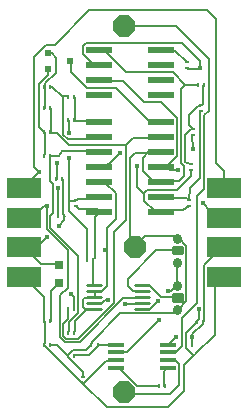
<source format=gbr>
G04 EAGLE Gerber RS-274X export*
G75*
%MOMM*%
%FSLAX34Y34*%
%LPD*%
%INTop Copper*%
%IPPOS*%
%AMOC8*
5,1,8,0,0,1.08239X$1,22.5*%
G01*
%ADD10C,0.250000*%
%ADD11R,0.250000X0.350000*%
%ADD12R,0.350000X0.250000*%
%ADD13R,0.550000X0.600000*%
%ADD14R,2.200000X0.600000*%
%ADD15C,0.800000*%
%ADD16C,0.400000*%
%ADD17R,0.800000X0.800000*%
%ADD18R,1.422400X0.431800*%
%ADD19R,0.280000X0.430000*%
%ADD20R,0.430000X0.280000*%
%ADD21R,2.209800X0.609600*%
%ADD22R,3.000000X1.800000*%
%ADD23P,1.948302X8X202.500000*%
%ADD24P,1.948302X8X22.500000*%
%ADD25C,0.127000*%
%ADD26C,0.452400*%


D10*
X126250Y90000D02*
X114250Y90000D01*
X114250Y95000D02*
X126250Y95000D01*
X126250Y100000D02*
X114250Y100000D01*
X114250Y105000D02*
X126250Y105000D01*
X126250Y110000D02*
X114250Y110000D01*
X85750Y90000D02*
X73750Y90000D01*
X73750Y95000D02*
X85750Y95000D01*
X85750Y100000D02*
X73750Y100000D01*
X73750Y105000D02*
X85750Y105000D01*
X85750Y110000D02*
X73750Y110000D01*
D11*
X157500Y60000D03*
X162500Y60000D03*
X57500Y50000D03*
X62500Y50000D03*
D12*
X170000Y257500D03*
X170000Y262500D03*
X162000Y207500D03*
X162000Y212500D03*
X64000Y182500D03*
X64000Y177500D03*
D11*
X166500Y79000D03*
X171500Y79000D03*
D12*
X158000Y299500D03*
X158000Y294500D03*
X70000Y32500D03*
X70000Y27500D03*
D11*
X42500Y60000D03*
X37500Y60000D03*
D13*
X40750Y306500D03*
X40750Y293500D03*
X59250Y300000D03*
D14*
X136000Y184600D03*
X84000Y184600D03*
X136000Y171900D03*
X136000Y197300D03*
X136000Y210000D03*
X84000Y171900D03*
X84000Y197300D03*
X84000Y210000D03*
X136000Y235400D03*
X84000Y235400D03*
X136000Y222700D03*
X136000Y248100D03*
X84000Y222700D03*
X84000Y248100D03*
D15*
X150000Y150605D02*
X150000Y149715D01*
D16*
X153000Y138000D02*
X147000Y138000D01*
X147000Y142000D01*
X153000Y142000D01*
X153000Y138000D01*
X153000Y141800D02*
X147000Y141800D01*
D15*
X150000Y130285D02*
X150000Y129395D01*
X150000Y90285D02*
X150000Y89395D01*
D16*
X147000Y102000D02*
X153000Y102000D01*
X153000Y98000D01*
X147000Y98000D01*
X147000Y102000D01*
X147000Y101800D02*
X153000Y101800D01*
D15*
X150000Y109715D02*
X150000Y110605D01*
D17*
X50000Y127500D03*
X50000Y112500D03*
D18*
X141844Y40348D03*
X141844Y46698D03*
X141844Y53302D03*
X141844Y59652D03*
X98156Y59652D03*
X98156Y53302D03*
X98156Y46698D03*
X98156Y40348D03*
D19*
X139550Y25000D03*
X134450Y25000D03*
X57450Y270000D03*
X62550Y270000D03*
X62550Y250000D03*
X57450Y250000D03*
X62550Y70000D03*
X57450Y70000D03*
D20*
X163000Y237450D03*
X163000Y242550D03*
D19*
X42550Y220000D03*
X37450Y220000D03*
X37450Y80000D03*
X42550Y80000D03*
X52550Y200000D03*
X47450Y200000D03*
X54550Y169000D03*
X49450Y169000D03*
X77450Y60000D03*
X82550Y60000D03*
D20*
X160000Y182550D03*
X160000Y177450D03*
D19*
X73450Y132000D03*
X78550Y132000D03*
X172550Y280000D03*
X167450Y280000D03*
X62550Y90000D03*
X57450Y90000D03*
X42550Y260000D03*
X37450Y260000D03*
X42550Y240000D03*
X37450Y240000D03*
X37450Y278000D03*
X42550Y278000D03*
D21*
X83838Y309050D03*
X136162Y309050D03*
X83838Y296350D03*
X83838Y283650D03*
X136162Y296350D03*
X136162Y283650D03*
X83838Y270950D03*
X136162Y270950D03*
D22*
X190000Y142700D03*
X190000Y117300D03*
X190000Y192700D03*
X190000Y167300D03*
X20000Y142700D03*
X20000Y117300D03*
X20000Y192700D03*
X20000Y167300D03*
D23*
X105000Y20000D03*
D24*
X105000Y330000D03*
X114000Y143000D03*
D25*
X153670Y314960D02*
X72390Y314960D01*
X153670Y314960D02*
X153830Y314960D01*
X72390Y314960D02*
X69850Y312420D01*
X69850Y306070D01*
X78740Y297180D01*
X83820Y297180D01*
X83838Y296350D01*
X49530Y128270D02*
X34290Y128270D01*
X25400Y137160D02*
X20320Y142240D01*
X25400Y137160D02*
X34290Y128270D01*
X49530Y128270D02*
X50000Y127500D01*
X20320Y142240D02*
X20000Y142700D01*
X162560Y68580D02*
X162560Y66040D01*
X162560Y60960D01*
X162560Y68580D02*
X171720Y77740D01*
X162560Y60960D02*
X162500Y60000D01*
X171720Y77740D02*
X171500Y79000D01*
X172720Y80010D02*
X172720Y127000D01*
X189230Y143510D01*
X172720Y80010D02*
X172500Y80000D01*
X171500Y79000D01*
X190000Y142700D02*
X189230Y143510D01*
X148590Y66040D02*
X142240Y59690D01*
X141844Y59652D01*
X93419Y213829D02*
X101410Y221820D01*
X93419Y213829D02*
X88329Y210000D01*
X84000Y210000D01*
X39370Y151130D02*
X25400Y137160D01*
X20000Y142700D01*
X168910Y293370D02*
X168910Y293750D01*
D26*
X148590Y66040D03*
X162560Y66040D03*
X101410Y221820D03*
X39370Y151130D03*
X168910Y293750D03*
D25*
X168910Y293370D02*
X158750Y293370D01*
X158000Y294500D01*
X168910Y293750D02*
X168910Y299720D01*
X153670Y314960D01*
X140970Y210820D02*
X137160Y210820D01*
X140970Y210820D02*
X149860Y219710D01*
X149860Y251460D01*
X135890Y265430D01*
X122030Y265430D01*
X104250Y283210D01*
X85090Y283210D01*
X137160Y210820D02*
X136000Y210000D01*
X85090Y283210D02*
X83838Y283650D01*
X149860Y129540D02*
X149860Y110490D01*
X149860Y129540D02*
X150000Y129840D01*
X127000Y90170D02*
X120650Y90170D01*
X127000Y90170D02*
X133350Y96520D01*
X142240Y105410D02*
X144780Y105410D01*
X149860Y110490D01*
X120650Y90170D02*
X120250Y90000D01*
X150000Y110160D02*
X149860Y110490D01*
X54708Y168750D02*
X54550Y169000D01*
X140970Y210820D02*
X143590Y208200D01*
X150860Y208200D01*
X140970Y210820D02*
X136000Y210000D01*
X157480Y69850D02*
X157480Y60960D01*
X157480Y69850D02*
X166290Y78660D01*
X157480Y60960D02*
X157500Y60000D01*
X165370Y77740D02*
X166500Y79000D01*
X157480Y59690D02*
X157480Y57420D01*
X162695Y52205D01*
X163020Y51880D01*
X165195Y51975D02*
X181690Y68470D01*
X165195Y51975D02*
X165100Y51880D01*
X181690Y68470D02*
X181690Y109300D01*
X189230Y116840D01*
X157500Y60000D02*
X157480Y59690D01*
X189230Y116840D02*
X190000Y117300D01*
X71660Y27940D02*
X71120Y27940D01*
X71660Y27940D02*
X89440Y45720D01*
X71660Y27940D02*
X70470Y26750D01*
X89440Y45720D02*
X97790Y45720D01*
X71120Y27940D02*
X70000Y27500D01*
X97790Y45720D02*
X98156Y46698D01*
X38100Y60960D02*
X38100Y78740D01*
X38100Y60960D02*
X37500Y60000D01*
X38100Y78740D02*
X37450Y80000D01*
X36830Y80010D02*
X36830Y100330D01*
X20320Y116840D01*
X36830Y80010D02*
X37450Y80000D01*
X20320Y116840D02*
X20000Y117300D01*
X68580Y27940D02*
X69850Y27940D01*
X68580Y27940D02*
X36830Y59690D01*
X69850Y27940D02*
X70000Y27500D01*
X37500Y60000D02*
X36830Y59690D01*
X155670Y42590D02*
X163855Y50775D01*
X164020Y50940D01*
X155670Y42590D02*
X155670Y20320D01*
X142240Y6890D01*
X90330Y6890D01*
X70470Y26750D01*
X166290Y78660D02*
X166290Y80010D01*
D26*
X133350Y96520D03*
X142240Y105410D03*
X50230Y160750D03*
X150860Y208200D03*
X168290Y89740D03*
D25*
X168290Y81930D01*
X166370Y80010D01*
X54550Y165070D02*
X54550Y169000D01*
X54550Y165070D02*
X50230Y160750D01*
X53340Y170842D02*
X53340Y199390D01*
X53340Y170842D02*
X54550Y169000D01*
X53340Y199390D02*
X52550Y200000D01*
X162560Y52070D02*
X163830Y50800D01*
X162560Y52070D02*
X162695Y52205D01*
X163830Y50800D02*
X165100Y52070D01*
X165195Y51975D01*
X163855Y50775D02*
X163830Y50800D01*
X166500Y79000D02*
X166500Y80009D01*
X166370Y80010D01*
X166290Y80010D01*
X43180Y240030D02*
X43180Y259080D01*
X43180Y240030D02*
X42550Y240000D01*
X43180Y259080D02*
X42550Y260000D01*
X57150Y88900D02*
X57150Y81280D01*
X53340Y77470D01*
X53340Y67310D01*
X55880Y64770D01*
X66040Y64770D01*
X96520Y95250D01*
X96520Y155290D01*
X106490Y165260D01*
X106490Y228600D02*
X106490Y228630D01*
X106490Y228600D02*
X106490Y165260D01*
X106490Y228630D02*
X112810Y234950D01*
X135890Y234950D01*
X57450Y90000D02*
X57150Y88900D01*
X135890Y234950D02*
X136000Y235400D01*
X48260Y238760D02*
X43180Y238760D01*
X48260Y238760D02*
X58420Y228600D01*
X106490Y228600D01*
X43180Y238760D02*
X42550Y240000D01*
X38100Y260350D02*
X38100Y277400D01*
X38100Y260350D02*
X37450Y260000D01*
X38100Y277400D02*
X37450Y278000D01*
X40750Y306500D02*
X43750Y306500D01*
X47640Y302610D01*
X47640Y290260D01*
X38450Y281070D01*
X38450Y279000D01*
X37450Y278000D01*
X38100Y238760D02*
X38100Y220980D01*
X37450Y220000D01*
X38100Y238760D02*
X37450Y240000D01*
X33020Y243840D02*
X33020Y280670D01*
X33020Y243840D02*
X36830Y240030D01*
X37450Y240000D01*
X40640Y288290D02*
X40640Y293370D01*
X40640Y288290D02*
X33020Y280670D01*
X40640Y293370D02*
X40750Y293500D01*
X52070Y270510D02*
X53340Y270510D01*
X57150Y270510D01*
X57450Y270000D01*
X52070Y270510D02*
X44206Y278000D01*
X42550Y278000D01*
X53340Y270510D02*
X53340Y237490D01*
X57150Y233680D01*
X82550Y233680D01*
X83820Y234950D01*
X84000Y235400D01*
X63500Y250190D02*
X63500Y269240D01*
X63500Y250190D02*
X62550Y250000D01*
X63500Y269240D02*
X62550Y270000D01*
X63500Y248920D02*
X83820Y248920D01*
X63500Y248920D02*
X62550Y250000D01*
X83820Y248920D02*
X84000Y248100D01*
X74930Y50800D02*
X63500Y50800D01*
X74930Y50800D02*
X82550Y58420D01*
X82550Y59690D01*
X63500Y50800D02*
X62500Y50000D01*
X82550Y59690D02*
X97790Y59690D01*
X82550Y59690D02*
X82550Y60000D01*
X97790Y59690D02*
X98156Y59652D01*
X170090Y262500D02*
X171450Y263860D01*
X170090Y262500D02*
X170000Y262500D01*
X171450Y263860D02*
X171450Y279400D01*
X172550Y280000D01*
X161750Y242570D02*
X156940Y237760D01*
X161750Y242570D02*
X163000Y242550D01*
X167640Y261620D02*
X168910Y261620D01*
X167640Y261620D02*
X160020Y254000D01*
X160020Y245530D01*
X168910Y261620D02*
X170000Y262500D01*
X160020Y245530D02*
X163000Y242550D01*
X156940Y237760D02*
X156940Y214981D01*
X160547Y212500D02*
X162000Y212500D01*
X160547Y212500D02*
X156940Y214981D01*
X168910Y200770D02*
X168910Y256540D01*
X168910Y200770D02*
X160601Y192461D01*
X168910Y256540D02*
X170000Y257500D01*
X160601Y192461D02*
X160000Y182550D01*
X157480Y184150D02*
X137160Y184150D01*
X157480Y184150D02*
X158750Y182880D01*
X137160Y184150D02*
X136000Y184600D01*
X158750Y182880D02*
X160000Y182550D01*
X62230Y100520D02*
X62230Y90170D01*
X62230Y100520D02*
X59960Y102790D01*
X88900Y97790D02*
X91440Y97790D01*
X88900Y97790D02*
X86360Y95250D01*
X80010Y95250D01*
X62550Y90000D02*
X62230Y90170D01*
X79750Y95000D02*
X80010Y95250D01*
X124460Y190500D02*
X149860Y190500D01*
X124460Y190500D02*
X121920Y187960D01*
X121920Y181610D01*
X130810Y172720D01*
X135890Y172720D01*
X136000Y171900D01*
X137970Y173530D02*
X154674Y173530D01*
X137970Y173530D02*
X137160Y172720D01*
X154674Y173530D02*
X160000Y177450D01*
X137160Y172720D02*
X136000Y171900D01*
X121650Y187690D02*
X121920Y187960D01*
X121650Y187690D02*
X115650Y193690D01*
X115650Y211340D01*
D26*
X59960Y102790D03*
X91440Y97790D03*
X115650Y211340D03*
D25*
X161750Y207402D02*
X161750Y202390D01*
X149860Y190500D01*
X161750Y207402D02*
X162000Y207500D01*
X82550Y182880D02*
X64960Y182880D01*
X82550Y182880D02*
X83820Y184150D01*
X64960Y182880D02*
X64000Y182500D01*
X83820Y184150D02*
X84000Y184600D01*
X58420Y172720D02*
X73450Y157690D01*
X58420Y172720D02*
X58420Y181610D01*
X62420Y181610D02*
X63690Y181610D01*
X62420Y181610D02*
X58420Y181610D01*
X73450Y157690D02*
X73450Y132000D01*
X63690Y181610D02*
X64000Y182500D01*
X58420Y238760D02*
X58420Y248920D01*
X58420Y217960D02*
X58420Y181610D01*
X58420Y248920D02*
X57450Y250000D01*
X64000Y182500D02*
X62420Y181610D01*
D26*
X58420Y238760D03*
X58420Y217960D03*
D25*
X78660Y131970D02*
X78660Y110570D01*
X78740Y110490D01*
X78660Y131970D02*
X78550Y132000D01*
X78740Y110490D02*
X79750Y110000D01*
X78550Y132000D02*
X79660Y133110D01*
X82010Y174530D02*
X66939Y174530D01*
X82010Y174530D02*
X83820Y172720D01*
X66939Y174530D02*
X64000Y177500D01*
X83820Y172720D02*
X84000Y171900D01*
X80010Y167640D02*
X80010Y133350D01*
X80010Y167640D02*
X83820Y171450D01*
X80010Y133350D02*
X79660Y133110D01*
X83820Y171450D02*
X84000Y171900D01*
X134920Y81120D02*
X107140Y53340D01*
X99060Y53340D01*
X163020Y225440D02*
X162952Y237402D01*
X163000Y237450D01*
X99060Y53340D02*
X98156Y53302D01*
D26*
X163020Y225440D03*
X134920Y81120D03*
D25*
X141844Y40348D02*
X139240Y37744D01*
X139240Y25320D01*
X139550Y25000D01*
X134160Y25320D02*
X115650Y25320D01*
X101600Y39370D01*
X99060Y39370D01*
X134160Y25320D02*
X134450Y25000D01*
X99060Y39370D02*
X98156Y40348D01*
X84000Y222700D02*
X82720Y223980D01*
X52751Y223980D01*
X50193Y220000D01*
X42550Y220000D01*
X58420Y78740D02*
X58420Y71120D01*
X58420Y78740D02*
X66040Y86360D01*
X66040Y134620D01*
X41910Y158750D01*
X41910Y168910D01*
X44450Y171450D01*
X44450Y195580D01*
X41910Y198120D01*
X41910Y219710D01*
X58420Y71120D02*
X57450Y70000D01*
X41910Y219710D02*
X42550Y220000D01*
X43180Y105410D02*
X43180Y80010D01*
X43180Y105410D02*
X49530Y111760D01*
X43180Y80010D02*
X42550Y80000D01*
X49530Y111760D02*
X50000Y112500D01*
X59690Y290830D02*
X59690Y299720D01*
X59690Y290830D02*
X73660Y276860D01*
X97790Y276860D01*
X125730Y248920D01*
X135890Y248920D01*
X59690Y299720D02*
X59250Y300000D01*
X135890Y248920D02*
X136000Y248100D01*
X137240Y308530D02*
X148444Y308530D01*
X137240Y308530D02*
X137160Y308610D01*
X148444Y308530D02*
X158000Y299500D01*
X137160Y308610D02*
X136162Y309050D01*
X48207Y59663D02*
X57110Y50760D01*
X48207Y59663D02*
X47468Y60000D01*
X42500Y60000D01*
X69850Y36830D02*
X69850Y33020D01*
X69850Y36830D02*
X57150Y49530D01*
X69850Y33020D02*
X70000Y32500D01*
X57150Y49530D02*
X57500Y50000D01*
X62040Y55690D02*
X73140Y55690D01*
X57150Y50800D02*
X57110Y50760D01*
X57150Y50800D02*
X62040Y55690D01*
X73140Y55690D02*
X77450Y60000D01*
X57150Y50800D02*
X57500Y50000D01*
X151130Y90170D02*
X157480Y96520D01*
X157480Y143510D01*
X151130Y149860D01*
X151130Y90170D02*
X150000Y89840D01*
X151130Y149860D02*
X150000Y150160D01*
X77470Y62230D02*
X77470Y60960D01*
X77470Y62230D02*
X101600Y86360D01*
X147320Y86360D01*
X149860Y88900D01*
X77470Y60960D02*
X77450Y60000D01*
X149860Y88900D02*
X150000Y89840D01*
X80010Y100330D02*
X80010Y104140D01*
X80010Y100330D02*
X79750Y100000D01*
X80010Y104140D02*
X79750Y105000D01*
X63500Y80010D02*
X63500Y71120D01*
X71750Y90000D02*
X79750Y90000D01*
X71750Y90000D02*
X69850Y91900D01*
X63500Y71120D02*
X62550Y70000D01*
X71390Y99060D02*
X78740Y99060D01*
X71390Y99060D02*
X69850Y97520D01*
X69850Y91900D01*
X78740Y99060D02*
X79750Y100000D01*
X85090Y196850D02*
X88900Y196850D01*
X97790Y187960D01*
X97790Y166370D01*
X90170Y158750D01*
X90170Y139700D02*
X90170Y109220D01*
X90170Y139700D02*
X90170Y158750D01*
X90170Y109220D02*
X86360Y105410D01*
X80010Y105410D01*
X85090Y196850D02*
X84000Y197300D01*
X80010Y105410D02*
X79750Y105000D01*
X156880Y280000D02*
X146050Y290830D01*
X156880Y280000D02*
X156990Y279890D01*
X146050Y290830D02*
X106680Y290830D01*
X88900Y308610D01*
X85090Y308610D01*
X166370Y280670D02*
X167450Y280000D01*
X85090Y308610D02*
X83838Y309050D01*
X130810Y198120D02*
X135890Y198120D01*
X128062Y199868D02*
X120920Y207010D01*
X129540Y199390D02*
X130810Y198120D01*
X120920Y207010D02*
X120920Y217900D01*
X135890Y198120D02*
X136000Y197300D01*
X110030Y217900D02*
X110030Y152319D01*
X128062Y199868D02*
X129540Y199390D01*
X136000Y197300D01*
X113946Y143054D02*
X114000Y143000D01*
X113946Y143054D02*
X110030Y152319D01*
X153400Y276300D02*
X156990Y279890D01*
X153400Y276300D02*
X153400Y214010D01*
X155940Y211470D01*
X155940Y202930D01*
X151130Y198120D01*
X137160Y198120D01*
X136000Y197300D01*
X90170Y139700D02*
X88900Y139700D01*
X148300Y151860D02*
X150000Y150160D01*
D26*
X88900Y139700D03*
D25*
X114380Y222250D02*
X135890Y222250D01*
X114380Y222250D02*
X110030Y217900D01*
X135890Y222250D02*
X136000Y222700D01*
X73660Y90170D02*
X63500Y80010D01*
X73660Y90170D02*
X79750Y90000D01*
X120920Y217900D02*
X125720Y222700D01*
X136000Y222700D01*
X156880Y280000D02*
X167450Y280000D01*
X122860Y151860D02*
X114000Y143000D01*
X122860Y151860D02*
X148300Y151860D01*
X47990Y200540D02*
X47990Y213740D01*
X47990Y200540D02*
X47450Y200000D01*
X33020Y205740D02*
X20320Y193040D01*
X20000Y192700D01*
X105410Y93980D02*
X119380Y93980D01*
X120250Y95000D01*
X189230Y193040D02*
X189230Y207010D01*
X182880Y213360D01*
X182880Y335280D01*
X175260Y342900D01*
X75120Y342900D01*
X46180Y313960D01*
X38830Y313960D01*
X28480Y303610D01*
X28480Y210280D01*
X33020Y205740D01*
X189230Y193040D02*
X190000Y192700D01*
D26*
X47990Y213740D03*
X33020Y205740D03*
X105410Y93980D03*
D25*
X39370Y177720D02*
X37400Y177720D01*
X26980Y167300D01*
X20000Y167300D01*
X104140Y99060D02*
X119380Y99060D01*
X104140Y99060D02*
X67310Y62230D01*
X54610Y62230D01*
X50800Y66040D01*
X50800Y101600D01*
X57150Y107950D01*
X57150Y139700D01*
X39370Y157480D01*
X39370Y177720D01*
X120250Y100000D02*
X119380Y99060D01*
X177780Y172696D02*
X171450Y179640D01*
X177780Y172696D02*
X190000Y167300D01*
D26*
X48990Y192370D03*
X39370Y177720D03*
X171450Y179640D03*
D25*
X48990Y192370D02*
X48800Y192180D01*
X48800Y170020D01*
X49450Y169000D01*
X132430Y139700D02*
X149860Y139700D01*
X132430Y139700D02*
X108490Y115760D01*
X108490Y109220D01*
X112300Y105410D01*
X119380Y105410D01*
X149860Y139700D02*
X150000Y140000D01*
X120250Y105000D02*
X119380Y105410D01*
X135890Y100330D02*
X149860Y100330D01*
X135890Y100330D02*
X127000Y109220D01*
X120650Y109220D01*
X149860Y100330D02*
X150000Y100000D01*
X120650Y109220D02*
X120250Y110000D01*
X142240Y53340D02*
X148590Y53340D01*
X153670Y58420D01*
X153670Y82820D01*
X166370Y95520D01*
X166370Y185420D01*
X172720Y191770D01*
X172720Y254000D01*
X176530Y257810D01*
X176530Y302070D01*
X148830Y329770D01*
X105088Y329770D01*
X141844Y53302D02*
X142240Y53340D01*
X105088Y329770D02*
X105000Y330000D01*
X142240Y45720D02*
X148590Y45720D01*
X151130Y43180D01*
X151130Y25590D01*
X143780Y18240D01*
X106220Y18240D01*
X105410Y19050D01*
X142240Y45720D02*
X141844Y46698D01*
X105000Y20000D02*
X105410Y19050D01*
M02*

</source>
